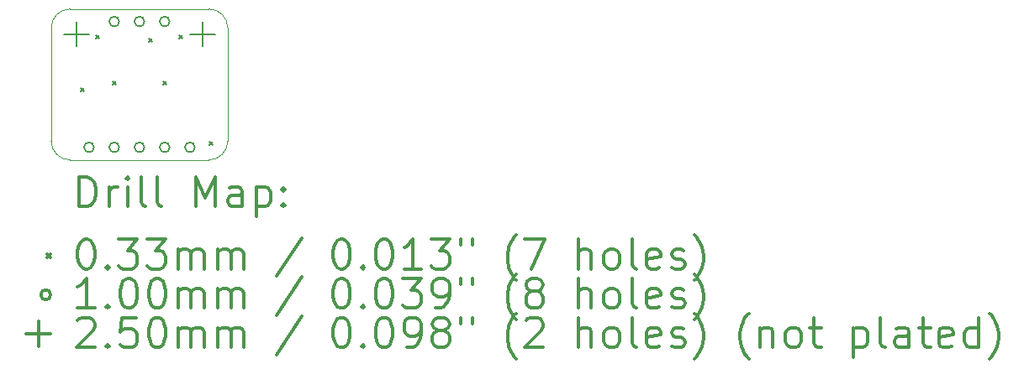
<source format=gbr>
%FSLAX45Y45*%
G04 Gerber Fmt 4.5, Leading zero omitted, Abs format (unit mm)*
G04 Created by KiCad (PCBNEW (5.0.0-rc2-dev-444-g2974a2c10)) date 08/03/19 11:43:25*
%MOMM*%
%LPD*%
G01*
G04 APERTURE LIST*
%ADD10C,0.100000*%
%ADD11C,0.200000*%
%ADD12C,0.300000*%
G04 APERTURE END LIST*
D10*
X12446000Y-7048500D02*
X12446000Y-8191500D01*
X10858500Y-6858000D02*
X12255500Y-6858000D01*
X10668000Y-8191500D02*
X10668000Y-7048500D01*
X12255500Y-8382000D02*
X10858500Y-8382000D01*
X10668000Y-7048500D02*
G75*
G02X10858500Y-6858000I190500J0D01*
G01*
X10858500Y-8382000D02*
G75*
G02X10668000Y-8191500I0J190500D01*
G01*
X12446000Y-8191500D02*
G75*
G02X12255500Y-8382000I-190500J0D01*
G01*
X12255500Y-6858000D02*
G75*
G02X12446000Y-7048500I0J-190500D01*
G01*
D11*
X10968990Y-7654290D02*
X11002010Y-7687310D01*
X11002010Y-7654290D02*
X10968990Y-7687310D01*
X11121390Y-7120890D02*
X11154410Y-7153910D01*
X11154410Y-7120890D02*
X11121390Y-7153910D01*
X11286490Y-7590790D02*
X11319510Y-7623810D01*
X11319510Y-7590790D02*
X11286490Y-7623810D01*
X11654790Y-7158990D02*
X11687810Y-7192010D01*
X11687810Y-7158990D02*
X11654790Y-7192010D01*
X11794490Y-7590790D02*
X11827510Y-7623810D01*
X11827510Y-7590790D02*
X11794490Y-7623810D01*
X11959590Y-7120890D02*
X11992610Y-7153910D01*
X11992610Y-7120890D02*
X11959590Y-7153910D01*
X12264390Y-8200390D02*
X12297410Y-8233410D01*
X12297410Y-8200390D02*
X12264390Y-8233410D01*
X11099000Y-8255000D02*
G75*
G03X11099000Y-8255000I-50000J0D01*
G01*
X11353000Y-8255000D02*
G75*
G03X11353000Y-8255000I-50000J0D01*
G01*
X11607000Y-8255000D02*
G75*
G03X11607000Y-8255000I-50000J0D01*
G01*
X11861000Y-8255000D02*
G75*
G03X11861000Y-8255000I-50000J0D01*
G01*
X12115000Y-8255000D02*
G75*
G03X12115000Y-8255000I-50000J0D01*
G01*
X11353000Y-6985000D02*
G75*
G03X11353000Y-6985000I-50000J0D01*
G01*
X11607000Y-6985000D02*
G75*
G03X11607000Y-6985000I-50000J0D01*
G01*
X11861000Y-6985000D02*
G75*
G03X11861000Y-6985000I-50000J0D01*
G01*
X12192000Y-6987000D02*
X12192000Y-7237000D01*
X12067000Y-7112000D02*
X12317000Y-7112000D01*
X10922000Y-6987000D02*
X10922000Y-7237000D01*
X10797000Y-7112000D02*
X11047000Y-7112000D01*
D12*
X10949428Y-8852714D02*
X10949428Y-8552714D01*
X11020857Y-8552714D01*
X11063714Y-8567000D01*
X11092286Y-8595572D01*
X11106571Y-8624143D01*
X11120857Y-8681286D01*
X11120857Y-8724143D01*
X11106571Y-8781286D01*
X11092286Y-8809857D01*
X11063714Y-8838429D01*
X11020857Y-8852714D01*
X10949428Y-8852714D01*
X11249428Y-8852714D02*
X11249428Y-8652714D01*
X11249428Y-8709857D02*
X11263714Y-8681286D01*
X11278000Y-8667000D01*
X11306571Y-8652714D01*
X11335143Y-8652714D01*
X11435143Y-8852714D02*
X11435143Y-8652714D01*
X11435143Y-8552714D02*
X11420857Y-8567000D01*
X11435143Y-8581286D01*
X11449428Y-8567000D01*
X11435143Y-8552714D01*
X11435143Y-8581286D01*
X11620857Y-8852714D02*
X11592286Y-8838429D01*
X11578000Y-8809857D01*
X11578000Y-8552714D01*
X11778000Y-8852714D02*
X11749428Y-8838429D01*
X11735143Y-8809857D01*
X11735143Y-8552714D01*
X12120857Y-8852714D02*
X12120857Y-8552714D01*
X12220857Y-8767000D01*
X12320857Y-8552714D01*
X12320857Y-8852714D01*
X12592286Y-8852714D02*
X12592286Y-8695572D01*
X12578000Y-8667000D01*
X12549428Y-8652714D01*
X12492286Y-8652714D01*
X12463714Y-8667000D01*
X12592286Y-8838429D02*
X12563714Y-8852714D01*
X12492286Y-8852714D01*
X12463714Y-8838429D01*
X12449428Y-8809857D01*
X12449428Y-8781286D01*
X12463714Y-8752714D01*
X12492286Y-8738429D01*
X12563714Y-8738429D01*
X12592286Y-8724143D01*
X12735143Y-8652714D02*
X12735143Y-8952714D01*
X12735143Y-8667000D02*
X12763714Y-8652714D01*
X12820857Y-8652714D01*
X12849428Y-8667000D01*
X12863714Y-8681286D01*
X12878000Y-8709857D01*
X12878000Y-8795572D01*
X12863714Y-8824143D01*
X12849428Y-8838429D01*
X12820857Y-8852714D01*
X12763714Y-8852714D01*
X12735143Y-8838429D01*
X13006571Y-8824143D02*
X13020857Y-8838429D01*
X13006571Y-8852714D01*
X12992286Y-8838429D01*
X13006571Y-8824143D01*
X13006571Y-8852714D01*
X13006571Y-8667000D02*
X13020857Y-8681286D01*
X13006571Y-8695572D01*
X12992286Y-8681286D01*
X13006571Y-8667000D01*
X13006571Y-8695572D01*
X10629980Y-9330490D02*
X10663000Y-9363510D01*
X10663000Y-9330490D02*
X10629980Y-9363510D01*
X11006571Y-9182714D02*
X11035143Y-9182714D01*
X11063714Y-9197000D01*
X11078000Y-9211286D01*
X11092286Y-9239857D01*
X11106571Y-9297000D01*
X11106571Y-9368429D01*
X11092286Y-9425572D01*
X11078000Y-9454143D01*
X11063714Y-9468429D01*
X11035143Y-9482714D01*
X11006571Y-9482714D01*
X10978000Y-9468429D01*
X10963714Y-9454143D01*
X10949428Y-9425572D01*
X10935143Y-9368429D01*
X10935143Y-9297000D01*
X10949428Y-9239857D01*
X10963714Y-9211286D01*
X10978000Y-9197000D01*
X11006571Y-9182714D01*
X11235143Y-9454143D02*
X11249428Y-9468429D01*
X11235143Y-9482714D01*
X11220857Y-9468429D01*
X11235143Y-9454143D01*
X11235143Y-9482714D01*
X11349428Y-9182714D02*
X11535143Y-9182714D01*
X11435143Y-9297000D01*
X11478000Y-9297000D01*
X11506571Y-9311286D01*
X11520857Y-9325572D01*
X11535143Y-9354143D01*
X11535143Y-9425572D01*
X11520857Y-9454143D01*
X11506571Y-9468429D01*
X11478000Y-9482714D01*
X11392286Y-9482714D01*
X11363714Y-9468429D01*
X11349428Y-9454143D01*
X11635143Y-9182714D02*
X11820857Y-9182714D01*
X11720857Y-9297000D01*
X11763714Y-9297000D01*
X11792286Y-9311286D01*
X11806571Y-9325572D01*
X11820857Y-9354143D01*
X11820857Y-9425572D01*
X11806571Y-9454143D01*
X11792286Y-9468429D01*
X11763714Y-9482714D01*
X11678000Y-9482714D01*
X11649428Y-9468429D01*
X11635143Y-9454143D01*
X11949428Y-9482714D02*
X11949428Y-9282714D01*
X11949428Y-9311286D02*
X11963714Y-9297000D01*
X11992286Y-9282714D01*
X12035143Y-9282714D01*
X12063714Y-9297000D01*
X12078000Y-9325572D01*
X12078000Y-9482714D01*
X12078000Y-9325572D02*
X12092286Y-9297000D01*
X12120857Y-9282714D01*
X12163714Y-9282714D01*
X12192286Y-9297000D01*
X12206571Y-9325572D01*
X12206571Y-9482714D01*
X12349428Y-9482714D02*
X12349428Y-9282714D01*
X12349428Y-9311286D02*
X12363714Y-9297000D01*
X12392286Y-9282714D01*
X12435143Y-9282714D01*
X12463714Y-9297000D01*
X12478000Y-9325572D01*
X12478000Y-9482714D01*
X12478000Y-9325572D02*
X12492286Y-9297000D01*
X12520857Y-9282714D01*
X12563714Y-9282714D01*
X12592286Y-9297000D01*
X12606571Y-9325572D01*
X12606571Y-9482714D01*
X13192286Y-9168429D02*
X12935143Y-9554143D01*
X13578000Y-9182714D02*
X13606571Y-9182714D01*
X13635143Y-9197000D01*
X13649428Y-9211286D01*
X13663714Y-9239857D01*
X13678000Y-9297000D01*
X13678000Y-9368429D01*
X13663714Y-9425572D01*
X13649428Y-9454143D01*
X13635143Y-9468429D01*
X13606571Y-9482714D01*
X13578000Y-9482714D01*
X13549428Y-9468429D01*
X13535143Y-9454143D01*
X13520857Y-9425572D01*
X13506571Y-9368429D01*
X13506571Y-9297000D01*
X13520857Y-9239857D01*
X13535143Y-9211286D01*
X13549428Y-9197000D01*
X13578000Y-9182714D01*
X13806571Y-9454143D02*
X13820857Y-9468429D01*
X13806571Y-9482714D01*
X13792286Y-9468429D01*
X13806571Y-9454143D01*
X13806571Y-9482714D01*
X14006571Y-9182714D02*
X14035143Y-9182714D01*
X14063714Y-9197000D01*
X14078000Y-9211286D01*
X14092286Y-9239857D01*
X14106571Y-9297000D01*
X14106571Y-9368429D01*
X14092286Y-9425572D01*
X14078000Y-9454143D01*
X14063714Y-9468429D01*
X14035143Y-9482714D01*
X14006571Y-9482714D01*
X13978000Y-9468429D01*
X13963714Y-9454143D01*
X13949428Y-9425572D01*
X13935143Y-9368429D01*
X13935143Y-9297000D01*
X13949428Y-9239857D01*
X13963714Y-9211286D01*
X13978000Y-9197000D01*
X14006571Y-9182714D01*
X14392286Y-9482714D02*
X14220857Y-9482714D01*
X14306571Y-9482714D02*
X14306571Y-9182714D01*
X14278000Y-9225572D01*
X14249428Y-9254143D01*
X14220857Y-9268429D01*
X14492286Y-9182714D02*
X14678000Y-9182714D01*
X14578000Y-9297000D01*
X14620857Y-9297000D01*
X14649428Y-9311286D01*
X14663714Y-9325572D01*
X14678000Y-9354143D01*
X14678000Y-9425572D01*
X14663714Y-9454143D01*
X14649428Y-9468429D01*
X14620857Y-9482714D01*
X14535143Y-9482714D01*
X14506571Y-9468429D01*
X14492286Y-9454143D01*
X14792286Y-9182714D02*
X14792286Y-9239857D01*
X14906571Y-9182714D02*
X14906571Y-9239857D01*
X15349428Y-9597000D02*
X15335143Y-9582714D01*
X15306571Y-9539857D01*
X15292286Y-9511286D01*
X15278000Y-9468429D01*
X15263714Y-9397000D01*
X15263714Y-9339857D01*
X15278000Y-9268429D01*
X15292286Y-9225572D01*
X15306571Y-9197000D01*
X15335143Y-9154143D01*
X15349428Y-9139857D01*
X15435143Y-9182714D02*
X15635143Y-9182714D01*
X15506571Y-9482714D01*
X15978000Y-9482714D02*
X15978000Y-9182714D01*
X16106571Y-9482714D02*
X16106571Y-9325572D01*
X16092286Y-9297000D01*
X16063714Y-9282714D01*
X16020857Y-9282714D01*
X15992286Y-9297000D01*
X15978000Y-9311286D01*
X16292286Y-9482714D02*
X16263714Y-9468429D01*
X16249428Y-9454143D01*
X16235143Y-9425572D01*
X16235143Y-9339857D01*
X16249428Y-9311286D01*
X16263714Y-9297000D01*
X16292286Y-9282714D01*
X16335143Y-9282714D01*
X16363714Y-9297000D01*
X16378000Y-9311286D01*
X16392286Y-9339857D01*
X16392286Y-9425572D01*
X16378000Y-9454143D01*
X16363714Y-9468429D01*
X16335143Y-9482714D01*
X16292286Y-9482714D01*
X16563714Y-9482714D02*
X16535143Y-9468429D01*
X16520857Y-9439857D01*
X16520857Y-9182714D01*
X16792286Y-9468429D02*
X16763714Y-9482714D01*
X16706571Y-9482714D01*
X16678000Y-9468429D01*
X16663714Y-9439857D01*
X16663714Y-9325572D01*
X16678000Y-9297000D01*
X16706571Y-9282714D01*
X16763714Y-9282714D01*
X16792286Y-9297000D01*
X16806571Y-9325572D01*
X16806571Y-9354143D01*
X16663714Y-9382714D01*
X16920857Y-9468429D02*
X16949428Y-9482714D01*
X17006571Y-9482714D01*
X17035143Y-9468429D01*
X17049428Y-9439857D01*
X17049428Y-9425572D01*
X17035143Y-9397000D01*
X17006571Y-9382714D01*
X16963714Y-9382714D01*
X16935143Y-9368429D01*
X16920857Y-9339857D01*
X16920857Y-9325572D01*
X16935143Y-9297000D01*
X16963714Y-9282714D01*
X17006571Y-9282714D01*
X17035143Y-9297000D01*
X17149428Y-9597000D02*
X17163714Y-9582714D01*
X17192286Y-9539857D01*
X17206571Y-9511286D01*
X17220857Y-9468429D01*
X17235143Y-9397000D01*
X17235143Y-9339857D01*
X17220857Y-9268429D01*
X17206571Y-9225572D01*
X17192286Y-9197000D01*
X17163714Y-9154143D01*
X17149428Y-9139857D01*
X10663000Y-9743000D02*
G75*
G03X10663000Y-9743000I-50000J0D01*
G01*
X11106571Y-9878714D02*
X10935143Y-9878714D01*
X11020857Y-9878714D02*
X11020857Y-9578714D01*
X10992286Y-9621572D01*
X10963714Y-9650143D01*
X10935143Y-9664429D01*
X11235143Y-9850143D02*
X11249428Y-9864429D01*
X11235143Y-9878714D01*
X11220857Y-9864429D01*
X11235143Y-9850143D01*
X11235143Y-9878714D01*
X11435143Y-9578714D02*
X11463714Y-9578714D01*
X11492286Y-9593000D01*
X11506571Y-9607286D01*
X11520857Y-9635857D01*
X11535143Y-9693000D01*
X11535143Y-9764429D01*
X11520857Y-9821572D01*
X11506571Y-9850143D01*
X11492286Y-9864429D01*
X11463714Y-9878714D01*
X11435143Y-9878714D01*
X11406571Y-9864429D01*
X11392286Y-9850143D01*
X11378000Y-9821572D01*
X11363714Y-9764429D01*
X11363714Y-9693000D01*
X11378000Y-9635857D01*
X11392286Y-9607286D01*
X11406571Y-9593000D01*
X11435143Y-9578714D01*
X11720857Y-9578714D02*
X11749428Y-9578714D01*
X11778000Y-9593000D01*
X11792286Y-9607286D01*
X11806571Y-9635857D01*
X11820857Y-9693000D01*
X11820857Y-9764429D01*
X11806571Y-9821572D01*
X11792286Y-9850143D01*
X11778000Y-9864429D01*
X11749428Y-9878714D01*
X11720857Y-9878714D01*
X11692286Y-9864429D01*
X11678000Y-9850143D01*
X11663714Y-9821572D01*
X11649428Y-9764429D01*
X11649428Y-9693000D01*
X11663714Y-9635857D01*
X11678000Y-9607286D01*
X11692286Y-9593000D01*
X11720857Y-9578714D01*
X11949428Y-9878714D02*
X11949428Y-9678714D01*
X11949428Y-9707286D02*
X11963714Y-9693000D01*
X11992286Y-9678714D01*
X12035143Y-9678714D01*
X12063714Y-9693000D01*
X12078000Y-9721572D01*
X12078000Y-9878714D01*
X12078000Y-9721572D02*
X12092286Y-9693000D01*
X12120857Y-9678714D01*
X12163714Y-9678714D01*
X12192286Y-9693000D01*
X12206571Y-9721572D01*
X12206571Y-9878714D01*
X12349428Y-9878714D02*
X12349428Y-9678714D01*
X12349428Y-9707286D02*
X12363714Y-9693000D01*
X12392286Y-9678714D01*
X12435143Y-9678714D01*
X12463714Y-9693000D01*
X12478000Y-9721572D01*
X12478000Y-9878714D01*
X12478000Y-9721572D02*
X12492286Y-9693000D01*
X12520857Y-9678714D01*
X12563714Y-9678714D01*
X12592286Y-9693000D01*
X12606571Y-9721572D01*
X12606571Y-9878714D01*
X13192286Y-9564429D02*
X12935143Y-9950143D01*
X13578000Y-9578714D02*
X13606571Y-9578714D01*
X13635143Y-9593000D01*
X13649428Y-9607286D01*
X13663714Y-9635857D01*
X13678000Y-9693000D01*
X13678000Y-9764429D01*
X13663714Y-9821572D01*
X13649428Y-9850143D01*
X13635143Y-9864429D01*
X13606571Y-9878714D01*
X13578000Y-9878714D01*
X13549428Y-9864429D01*
X13535143Y-9850143D01*
X13520857Y-9821572D01*
X13506571Y-9764429D01*
X13506571Y-9693000D01*
X13520857Y-9635857D01*
X13535143Y-9607286D01*
X13549428Y-9593000D01*
X13578000Y-9578714D01*
X13806571Y-9850143D02*
X13820857Y-9864429D01*
X13806571Y-9878714D01*
X13792286Y-9864429D01*
X13806571Y-9850143D01*
X13806571Y-9878714D01*
X14006571Y-9578714D02*
X14035143Y-9578714D01*
X14063714Y-9593000D01*
X14078000Y-9607286D01*
X14092286Y-9635857D01*
X14106571Y-9693000D01*
X14106571Y-9764429D01*
X14092286Y-9821572D01*
X14078000Y-9850143D01*
X14063714Y-9864429D01*
X14035143Y-9878714D01*
X14006571Y-9878714D01*
X13978000Y-9864429D01*
X13963714Y-9850143D01*
X13949428Y-9821572D01*
X13935143Y-9764429D01*
X13935143Y-9693000D01*
X13949428Y-9635857D01*
X13963714Y-9607286D01*
X13978000Y-9593000D01*
X14006571Y-9578714D01*
X14206571Y-9578714D02*
X14392286Y-9578714D01*
X14292286Y-9693000D01*
X14335143Y-9693000D01*
X14363714Y-9707286D01*
X14378000Y-9721572D01*
X14392286Y-9750143D01*
X14392286Y-9821572D01*
X14378000Y-9850143D01*
X14363714Y-9864429D01*
X14335143Y-9878714D01*
X14249428Y-9878714D01*
X14220857Y-9864429D01*
X14206571Y-9850143D01*
X14535143Y-9878714D02*
X14592286Y-9878714D01*
X14620857Y-9864429D01*
X14635143Y-9850143D01*
X14663714Y-9807286D01*
X14678000Y-9750143D01*
X14678000Y-9635857D01*
X14663714Y-9607286D01*
X14649428Y-9593000D01*
X14620857Y-9578714D01*
X14563714Y-9578714D01*
X14535143Y-9593000D01*
X14520857Y-9607286D01*
X14506571Y-9635857D01*
X14506571Y-9707286D01*
X14520857Y-9735857D01*
X14535143Y-9750143D01*
X14563714Y-9764429D01*
X14620857Y-9764429D01*
X14649428Y-9750143D01*
X14663714Y-9735857D01*
X14678000Y-9707286D01*
X14792286Y-9578714D02*
X14792286Y-9635857D01*
X14906571Y-9578714D02*
X14906571Y-9635857D01*
X15349428Y-9993000D02*
X15335143Y-9978714D01*
X15306571Y-9935857D01*
X15292286Y-9907286D01*
X15278000Y-9864429D01*
X15263714Y-9793000D01*
X15263714Y-9735857D01*
X15278000Y-9664429D01*
X15292286Y-9621572D01*
X15306571Y-9593000D01*
X15335143Y-9550143D01*
X15349428Y-9535857D01*
X15506571Y-9707286D02*
X15478000Y-9693000D01*
X15463714Y-9678714D01*
X15449428Y-9650143D01*
X15449428Y-9635857D01*
X15463714Y-9607286D01*
X15478000Y-9593000D01*
X15506571Y-9578714D01*
X15563714Y-9578714D01*
X15592286Y-9593000D01*
X15606571Y-9607286D01*
X15620857Y-9635857D01*
X15620857Y-9650143D01*
X15606571Y-9678714D01*
X15592286Y-9693000D01*
X15563714Y-9707286D01*
X15506571Y-9707286D01*
X15478000Y-9721572D01*
X15463714Y-9735857D01*
X15449428Y-9764429D01*
X15449428Y-9821572D01*
X15463714Y-9850143D01*
X15478000Y-9864429D01*
X15506571Y-9878714D01*
X15563714Y-9878714D01*
X15592286Y-9864429D01*
X15606571Y-9850143D01*
X15620857Y-9821572D01*
X15620857Y-9764429D01*
X15606571Y-9735857D01*
X15592286Y-9721572D01*
X15563714Y-9707286D01*
X15978000Y-9878714D02*
X15978000Y-9578714D01*
X16106571Y-9878714D02*
X16106571Y-9721572D01*
X16092286Y-9693000D01*
X16063714Y-9678714D01*
X16020857Y-9678714D01*
X15992286Y-9693000D01*
X15978000Y-9707286D01*
X16292286Y-9878714D02*
X16263714Y-9864429D01*
X16249428Y-9850143D01*
X16235143Y-9821572D01*
X16235143Y-9735857D01*
X16249428Y-9707286D01*
X16263714Y-9693000D01*
X16292286Y-9678714D01*
X16335143Y-9678714D01*
X16363714Y-9693000D01*
X16378000Y-9707286D01*
X16392286Y-9735857D01*
X16392286Y-9821572D01*
X16378000Y-9850143D01*
X16363714Y-9864429D01*
X16335143Y-9878714D01*
X16292286Y-9878714D01*
X16563714Y-9878714D02*
X16535143Y-9864429D01*
X16520857Y-9835857D01*
X16520857Y-9578714D01*
X16792286Y-9864429D02*
X16763714Y-9878714D01*
X16706571Y-9878714D01*
X16678000Y-9864429D01*
X16663714Y-9835857D01*
X16663714Y-9721572D01*
X16678000Y-9693000D01*
X16706571Y-9678714D01*
X16763714Y-9678714D01*
X16792286Y-9693000D01*
X16806571Y-9721572D01*
X16806571Y-9750143D01*
X16663714Y-9778714D01*
X16920857Y-9864429D02*
X16949428Y-9878714D01*
X17006571Y-9878714D01*
X17035143Y-9864429D01*
X17049428Y-9835857D01*
X17049428Y-9821572D01*
X17035143Y-9793000D01*
X17006571Y-9778714D01*
X16963714Y-9778714D01*
X16935143Y-9764429D01*
X16920857Y-9735857D01*
X16920857Y-9721572D01*
X16935143Y-9693000D01*
X16963714Y-9678714D01*
X17006571Y-9678714D01*
X17035143Y-9693000D01*
X17149428Y-9993000D02*
X17163714Y-9978714D01*
X17192286Y-9935857D01*
X17206571Y-9907286D01*
X17220857Y-9864429D01*
X17235143Y-9793000D01*
X17235143Y-9735857D01*
X17220857Y-9664429D01*
X17206571Y-9621572D01*
X17192286Y-9593000D01*
X17163714Y-9550143D01*
X17149428Y-9535857D01*
X10538000Y-10014000D02*
X10538000Y-10264000D01*
X10413000Y-10139000D02*
X10663000Y-10139000D01*
X10935143Y-10003286D02*
X10949428Y-9989000D01*
X10978000Y-9974714D01*
X11049428Y-9974714D01*
X11078000Y-9989000D01*
X11092286Y-10003286D01*
X11106571Y-10031857D01*
X11106571Y-10060429D01*
X11092286Y-10103286D01*
X10920857Y-10274714D01*
X11106571Y-10274714D01*
X11235143Y-10246143D02*
X11249428Y-10260429D01*
X11235143Y-10274714D01*
X11220857Y-10260429D01*
X11235143Y-10246143D01*
X11235143Y-10274714D01*
X11520857Y-9974714D02*
X11378000Y-9974714D01*
X11363714Y-10117572D01*
X11378000Y-10103286D01*
X11406571Y-10089000D01*
X11478000Y-10089000D01*
X11506571Y-10103286D01*
X11520857Y-10117572D01*
X11535143Y-10146143D01*
X11535143Y-10217572D01*
X11520857Y-10246143D01*
X11506571Y-10260429D01*
X11478000Y-10274714D01*
X11406571Y-10274714D01*
X11378000Y-10260429D01*
X11363714Y-10246143D01*
X11720857Y-9974714D02*
X11749428Y-9974714D01*
X11778000Y-9989000D01*
X11792286Y-10003286D01*
X11806571Y-10031857D01*
X11820857Y-10089000D01*
X11820857Y-10160429D01*
X11806571Y-10217572D01*
X11792286Y-10246143D01*
X11778000Y-10260429D01*
X11749428Y-10274714D01*
X11720857Y-10274714D01*
X11692286Y-10260429D01*
X11678000Y-10246143D01*
X11663714Y-10217572D01*
X11649428Y-10160429D01*
X11649428Y-10089000D01*
X11663714Y-10031857D01*
X11678000Y-10003286D01*
X11692286Y-9989000D01*
X11720857Y-9974714D01*
X11949428Y-10274714D02*
X11949428Y-10074714D01*
X11949428Y-10103286D02*
X11963714Y-10089000D01*
X11992286Y-10074714D01*
X12035143Y-10074714D01*
X12063714Y-10089000D01*
X12078000Y-10117572D01*
X12078000Y-10274714D01*
X12078000Y-10117572D02*
X12092286Y-10089000D01*
X12120857Y-10074714D01*
X12163714Y-10074714D01*
X12192286Y-10089000D01*
X12206571Y-10117572D01*
X12206571Y-10274714D01*
X12349428Y-10274714D02*
X12349428Y-10074714D01*
X12349428Y-10103286D02*
X12363714Y-10089000D01*
X12392286Y-10074714D01*
X12435143Y-10074714D01*
X12463714Y-10089000D01*
X12478000Y-10117572D01*
X12478000Y-10274714D01*
X12478000Y-10117572D02*
X12492286Y-10089000D01*
X12520857Y-10074714D01*
X12563714Y-10074714D01*
X12592286Y-10089000D01*
X12606571Y-10117572D01*
X12606571Y-10274714D01*
X13192286Y-9960429D02*
X12935143Y-10346143D01*
X13578000Y-9974714D02*
X13606571Y-9974714D01*
X13635143Y-9989000D01*
X13649428Y-10003286D01*
X13663714Y-10031857D01*
X13678000Y-10089000D01*
X13678000Y-10160429D01*
X13663714Y-10217572D01*
X13649428Y-10246143D01*
X13635143Y-10260429D01*
X13606571Y-10274714D01*
X13578000Y-10274714D01*
X13549428Y-10260429D01*
X13535143Y-10246143D01*
X13520857Y-10217572D01*
X13506571Y-10160429D01*
X13506571Y-10089000D01*
X13520857Y-10031857D01*
X13535143Y-10003286D01*
X13549428Y-9989000D01*
X13578000Y-9974714D01*
X13806571Y-10246143D02*
X13820857Y-10260429D01*
X13806571Y-10274714D01*
X13792286Y-10260429D01*
X13806571Y-10246143D01*
X13806571Y-10274714D01*
X14006571Y-9974714D02*
X14035143Y-9974714D01*
X14063714Y-9989000D01*
X14078000Y-10003286D01*
X14092286Y-10031857D01*
X14106571Y-10089000D01*
X14106571Y-10160429D01*
X14092286Y-10217572D01*
X14078000Y-10246143D01*
X14063714Y-10260429D01*
X14035143Y-10274714D01*
X14006571Y-10274714D01*
X13978000Y-10260429D01*
X13963714Y-10246143D01*
X13949428Y-10217572D01*
X13935143Y-10160429D01*
X13935143Y-10089000D01*
X13949428Y-10031857D01*
X13963714Y-10003286D01*
X13978000Y-9989000D01*
X14006571Y-9974714D01*
X14249428Y-10274714D02*
X14306571Y-10274714D01*
X14335143Y-10260429D01*
X14349428Y-10246143D01*
X14378000Y-10203286D01*
X14392286Y-10146143D01*
X14392286Y-10031857D01*
X14378000Y-10003286D01*
X14363714Y-9989000D01*
X14335143Y-9974714D01*
X14278000Y-9974714D01*
X14249428Y-9989000D01*
X14235143Y-10003286D01*
X14220857Y-10031857D01*
X14220857Y-10103286D01*
X14235143Y-10131857D01*
X14249428Y-10146143D01*
X14278000Y-10160429D01*
X14335143Y-10160429D01*
X14363714Y-10146143D01*
X14378000Y-10131857D01*
X14392286Y-10103286D01*
X14563714Y-10103286D02*
X14535143Y-10089000D01*
X14520857Y-10074714D01*
X14506571Y-10046143D01*
X14506571Y-10031857D01*
X14520857Y-10003286D01*
X14535143Y-9989000D01*
X14563714Y-9974714D01*
X14620857Y-9974714D01*
X14649428Y-9989000D01*
X14663714Y-10003286D01*
X14678000Y-10031857D01*
X14678000Y-10046143D01*
X14663714Y-10074714D01*
X14649428Y-10089000D01*
X14620857Y-10103286D01*
X14563714Y-10103286D01*
X14535143Y-10117572D01*
X14520857Y-10131857D01*
X14506571Y-10160429D01*
X14506571Y-10217572D01*
X14520857Y-10246143D01*
X14535143Y-10260429D01*
X14563714Y-10274714D01*
X14620857Y-10274714D01*
X14649428Y-10260429D01*
X14663714Y-10246143D01*
X14678000Y-10217572D01*
X14678000Y-10160429D01*
X14663714Y-10131857D01*
X14649428Y-10117572D01*
X14620857Y-10103286D01*
X14792286Y-9974714D02*
X14792286Y-10031857D01*
X14906571Y-9974714D02*
X14906571Y-10031857D01*
X15349428Y-10389000D02*
X15335143Y-10374714D01*
X15306571Y-10331857D01*
X15292286Y-10303286D01*
X15278000Y-10260429D01*
X15263714Y-10189000D01*
X15263714Y-10131857D01*
X15278000Y-10060429D01*
X15292286Y-10017572D01*
X15306571Y-9989000D01*
X15335143Y-9946143D01*
X15349428Y-9931857D01*
X15449428Y-10003286D02*
X15463714Y-9989000D01*
X15492286Y-9974714D01*
X15563714Y-9974714D01*
X15592286Y-9989000D01*
X15606571Y-10003286D01*
X15620857Y-10031857D01*
X15620857Y-10060429D01*
X15606571Y-10103286D01*
X15435143Y-10274714D01*
X15620857Y-10274714D01*
X15978000Y-10274714D02*
X15978000Y-9974714D01*
X16106571Y-10274714D02*
X16106571Y-10117572D01*
X16092286Y-10089000D01*
X16063714Y-10074714D01*
X16020857Y-10074714D01*
X15992286Y-10089000D01*
X15978000Y-10103286D01*
X16292286Y-10274714D02*
X16263714Y-10260429D01*
X16249428Y-10246143D01*
X16235143Y-10217572D01*
X16235143Y-10131857D01*
X16249428Y-10103286D01*
X16263714Y-10089000D01*
X16292286Y-10074714D01*
X16335143Y-10074714D01*
X16363714Y-10089000D01*
X16378000Y-10103286D01*
X16392286Y-10131857D01*
X16392286Y-10217572D01*
X16378000Y-10246143D01*
X16363714Y-10260429D01*
X16335143Y-10274714D01*
X16292286Y-10274714D01*
X16563714Y-10274714D02*
X16535143Y-10260429D01*
X16520857Y-10231857D01*
X16520857Y-9974714D01*
X16792286Y-10260429D02*
X16763714Y-10274714D01*
X16706571Y-10274714D01*
X16678000Y-10260429D01*
X16663714Y-10231857D01*
X16663714Y-10117572D01*
X16678000Y-10089000D01*
X16706571Y-10074714D01*
X16763714Y-10074714D01*
X16792286Y-10089000D01*
X16806571Y-10117572D01*
X16806571Y-10146143D01*
X16663714Y-10174714D01*
X16920857Y-10260429D02*
X16949428Y-10274714D01*
X17006571Y-10274714D01*
X17035143Y-10260429D01*
X17049428Y-10231857D01*
X17049428Y-10217572D01*
X17035143Y-10189000D01*
X17006571Y-10174714D01*
X16963714Y-10174714D01*
X16935143Y-10160429D01*
X16920857Y-10131857D01*
X16920857Y-10117572D01*
X16935143Y-10089000D01*
X16963714Y-10074714D01*
X17006571Y-10074714D01*
X17035143Y-10089000D01*
X17149428Y-10389000D02*
X17163714Y-10374714D01*
X17192286Y-10331857D01*
X17206571Y-10303286D01*
X17220857Y-10260429D01*
X17235143Y-10189000D01*
X17235143Y-10131857D01*
X17220857Y-10060429D01*
X17206571Y-10017572D01*
X17192286Y-9989000D01*
X17163714Y-9946143D01*
X17149428Y-9931857D01*
X17692286Y-10389000D02*
X17678000Y-10374714D01*
X17649428Y-10331857D01*
X17635143Y-10303286D01*
X17620857Y-10260429D01*
X17606571Y-10189000D01*
X17606571Y-10131857D01*
X17620857Y-10060429D01*
X17635143Y-10017572D01*
X17649428Y-9989000D01*
X17678000Y-9946143D01*
X17692286Y-9931857D01*
X17806571Y-10074714D02*
X17806571Y-10274714D01*
X17806571Y-10103286D02*
X17820857Y-10089000D01*
X17849428Y-10074714D01*
X17892286Y-10074714D01*
X17920857Y-10089000D01*
X17935143Y-10117572D01*
X17935143Y-10274714D01*
X18120857Y-10274714D02*
X18092286Y-10260429D01*
X18078000Y-10246143D01*
X18063714Y-10217572D01*
X18063714Y-10131857D01*
X18078000Y-10103286D01*
X18092286Y-10089000D01*
X18120857Y-10074714D01*
X18163714Y-10074714D01*
X18192286Y-10089000D01*
X18206571Y-10103286D01*
X18220857Y-10131857D01*
X18220857Y-10217572D01*
X18206571Y-10246143D01*
X18192286Y-10260429D01*
X18163714Y-10274714D01*
X18120857Y-10274714D01*
X18306571Y-10074714D02*
X18420857Y-10074714D01*
X18349428Y-9974714D02*
X18349428Y-10231857D01*
X18363714Y-10260429D01*
X18392286Y-10274714D01*
X18420857Y-10274714D01*
X18749428Y-10074714D02*
X18749428Y-10374714D01*
X18749428Y-10089000D02*
X18778000Y-10074714D01*
X18835143Y-10074714D01*
X18863714Y-10089000D01*
X18878000Y-10103286D01*
X18892286Y-10131857D01*
X18892286Y-10217572D01*
X18878000Y-10246143D01*
X18863714Y-10260429D01*
X18835143Y-10274714D01*
X18778000Y-10274714D01*
X18749428Y-10260429D01*
X19063714Y-10274714D02*
X19035143Y-10260429D01*
X19020857Y-10231857D01*
X19020857Y-9974714D01*
X19306571Y-10274714D02*
X19306571Y-10117572D01*
X19292286Y-10089000D01*
X19263714Y-10074714D01*
X19206571Y-10074714D01*
X19178000Y-10089000D01*
X19306571Y-10260429D02*
X19278000Y-10274714D01*
X19206571Y-10274714D01*
X19178000Y-10260429D01*
X19163714Y-10231857D01*
X19163714Y-10203286D01*
X19178000Y-10174714D01*
X19206571Y-10160429D01*
X19278000Y-10160429D01*
X19306571Y-10146143D01*
X19406571Y-10074714D02*
X19520857Y-10074714D01*
X19449428Y-9974714D02*
X19449428Y-10231857D01*
X19463714Y-10260429D01*
X19492286Y-10274714D01*
X19520857Y-10274714D01*
X19735143Y-10260429D02*
X19706571Y-10274714D01*
X19649428Y-10274714D01*
X19620857Y-10260429D01*
X19606571Y-10231857D01*
X19606571Y-10117572D01*
X19620857Y-10089000D01*
X19649428Y-10074714D01*
X19706571Y-10074714D01*
X19735143Y-10089000D01*
X19749428Y-10117572D01*
X19749428Y-10146143D01*
X19606571Y-10174714D01*
X20006571Y-10274714D02*
X20006571Y-9974714D01*
X20006571Y-10260429D02*
X19978000Y-10274714D01*
X19920857Y-10274714D01*
X19892286Y-10260429D01*
X19878000Y-10246143D01*
X19863714Y-10217572D01*
X19863714Y-10131857D01*
X19878000Y-10103286D01*
X19892286Y-10089000D01*
X19920857Y-10074714D01*
X19978000Y-10074714D01*
X20006571Y-10089000D01*
X20120857Y-10389000D02*
X20135143Y-10374714D01*
X20163714Y-10331857D01*
X20178000Y-10303286D01*
X20192286Y-10260429D01*
X20206571Y-10189000D01*
X20206571Y-10131857D01*
X20192286Y-10060429D01*
X20178000Y-10017572D01*
X20163714Y-9989000D01*
X20135143Y-9946143D01*
X20120857Y-9931857D01*
M02*

</source>
